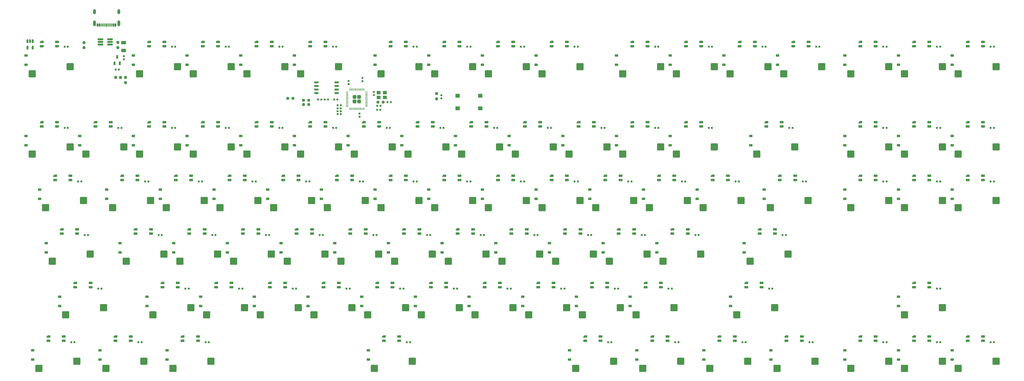
<source format=gbr>
%TF.GenerationSoftware,KiCad,Pcbnew,8.0.8*%
%TF.CreationDate,2025-02-03T21:48:35-05:00*%
%TF.ProjectId,OakSpring,4f616b53-7072-4696-9e67-2e6b69636164,rev?*%
%TF.SameCoordinates,Original*%
%TF.FileFunction,Paste,Bot*%
%TF.FilePolarity,Positive*%
%FSLAX46Y46*%
G04 Gerber Fmt 4.6, Leading zero omitted, Abs format (unit mm)*
G04 Created by KiCad (PCBNEW 8.0.8) date 2025-02-03 21:48:35*
%MOMM*%
%LPD*%
G01*
G04 APERTURE LIST*
G04 Aperture macros list*
%AMRoundRect*
0 Rectangle with rounded corners*
0 $1 Rounding radius*
0 $2 $3 $4 $5 $6 $7 $8 $9 X,Y pos of 4 corners*
0 Add a 4 corners polygon primitive as box body*
4,1,4,$2,$3,$4,$5,$6,$7,$8,$9,$2,$3,0*
0 Add four circle primitives for the rounded corners*
1,1,$1+$1,$2,$3*
1,1,$1+$1,$4,$5*
1,1,$1+$1,$6,$7*
1,1,$1+$1,$8,$9*
0 Add four rect primitives between the rounded corners*
20,1,$1+$1,$2,$3,$4,$5,0*
20,1,$1+$1,$4,$5,$6,$7,0*
20,1,$1+$1,$6,$7,$8,$9,0*
20,1,$1+$1,$8,$9,$2,$3,0*%
%AMFreePoly0*
4,1,18,-0.410000,0.593000,-0.403758,0.624380,-0.385983,0.650983,-0.359380,0.668758,-0.328000,0.675000,0.328000,0.675000,0.359380,0.668758,0.385983,0.650983,0.403758,0.624380,0.410000,0.593000,0.410000,-0.593000,0.403758,-0.624380,0.385983,-0.650983,0.359380,-0.668758,0.328000,-0.675000,0.000000,-0.675000,-0.410000,-0.265000,-0.410000,0.593000,-0.410000,0.593000,$1*%
G04 Aperture macros list end*
%ADD10RoundRect,0.250000X-1.025000X-1.000000X1.025000X-1.000000X1.025000X1.000000X-1.025000X1.000000X0*%
%ADD11RoundRect,0.225000X-0.375000X0.225000X-0.375000X-0.225000X0.375000X-0.225000X0.375000X0.225000X0*%
%ADD12RoundRect,0.155000X-0.212500X-0.155000X0.212500X-0.155000X0.212500X0.155000X-0.212500X0.155000X0*%
%ADD13RoundRect,0.082000X-0.593000X0.328000X-0.593000X-0.328000X0.593000X-0.328000X0.593000X0.328000X0*%
%ADD14FreePoly0,270.000000*%
%ADD15RoundRect,0.250000X-0.625000X0.375000X-0.625000X-0.375000X0.625000X-0.375000X0.625000X0.375000X0*%
%ADD16RoundRect,0.155000X-0.155000X0.212500X-0.155000X-0.212500X0.155000X-0.212500X0.155000X0.212500X0*%
%ADD17RoundRect,0.155000X0.212500X0.155000X-0.212500X0.155000X-0.212500X-0.155000X0.212500X-0.155000X0*%
%ADD18RoundRect,0.237500X-0.237500X0.250000X-0.237500X-0.250000X0.237500X-0.250000X0.237500X0.250000X0*%
%ADD19RoundRect,0.150000X-0.150000X0.512500X-0.150000X-0.512500X0.150000X-0.512500X0.150000X0.512500X0*%
%ADD20RoundRect,0.155000X0.155000X-0.212500X0.155000X0.212500X-0.155000X0.212500X-0.155000X-0.212500X0*%
%ADD21R,1.600000X1.400000*%
%ADD22RoundRect,0.237500X0.250000X0.237500X-0.250000X0.237500X-0.250000X-0.237500X0.250000X-0.237500X0*%
%ADD23RoundRect,0.237500X0.287500X0.237500X-0.287500X0.237500X-0.287500X-0.237500X0.287500X-0.237500X0*%
%ADD24RoundRect,0.237500X-0.250000X-0.237500X0.250000X-0.237500X0.250000X0.237500X-0.250000X0.237500X0*%
%ADD25RoundRect,0.150000X0.650000X0.150000X-0.650000X0.150000X-0.650000X-0.150000X0.650000X-0.150000X0*%
%ADD26RoundRect,0.150000X-0.150000X-0.425000X0.150000X-0.425000X0.150000X0.425000X-0.150000X0.425000X0*%
%ADD27RoundRect,0.075000X-0.075000X-0.500000X0.075000X-0.500000X0.075000X0.500000X-0.075000X0.500000X0*%
%ADD28O,1.000000X1.800000*%
%ADD29O,1.000000X2.100000*%
%ADD30RoundRect,0.162500X0.837500X0.162500X-0.837500X0.162500X-0.837500X-0.162500X0.837500X-0.162500X0*%
%ADD31R,1.400000X1.200000*%
%ADD32RoundRect,0.249999X-0.395001X0.395001X-0.395001X-0.395001X0.395001X-0.395001X0.395001X0.395001X0*%
%ADD33RoundRect,0.050000X-0.050000X0.387500X-0.050000X-0.387500X0.050000X-0.387500X0.050000X0.387500X0*%
%ADD34RoundRect,0.050000X-0.387500X0.050000X-0.387500X-0.050000X0.387500X-0.050000X0.387500X0.050000X0*%
%ADD35RoundRect,0.150000X0.150000X-0.512500X0.150000X0.512500X-0.150000X0.512500X-0.150000X-0.512500X0*%
G04 APERTURE END LIST*
D10*
%TO.C,MX17*%
X45460000Y-69215000D03*
X32010000Y-71755000D03*
%TD*%
D11*
%TO.C,D60*%
X215587500Y-103375000D03*
X215587500Y-106675000D03*
%TD*%
D12*
%TO.C,C65*%
X86395000Y-119575000D03*
X87530000Y-119575000D03*
%TD*%
D10*
%TO.C,MX7*%
X188335000Y-40640000D03*
X174885000Y-43180000D03*
%TD*%
D11*
%TO.C,D34*%
X34612500Y-84325000D03*
X34612500Y-87625000D03*
%TD*%
D13*
%TO.C,LED23*%
X155125000Y-61925000D03*
X155125000Y-60425000D03*
X149675000Y-61925000D03*
D14*
X149675000Y-60425000D03*
%TD*%
D11*
%TO.C,D29*%
X258450000Y-65275000D03*
X258450000Y-68575000D03*
%TD*%
D10*
%TO.C,MX24*%
X178810000Y-69215000D03*
X165360000Y-71755000D03*
%TD*%
D13*
%TO.C,LED17*%
X40825000Y-61925000D03*
X40825000Y-60425000D03*
X35375000Y-61925000D03*
D14*
X35375000Y-60425000D03*
%TD*%
D11*
%TO.C,D62*%
X253687500Y-103375000D03*
X253687500Y-106675000D03*
%TD*%
D12*
%TO.C,C68*%
X143545000Y-119575000D03*
X144680000Y-119575000D03*
%TD*%
D11*
%TO.C,D22*%
X125100000Y-65275000D03*
X125100000Y-68575000D03*
%TD*%
D10*
%TO.C,MX10*%
X255010000Y-40640000D03*
X241560000Y-43180000D03*
%TD*%
D11*
%TO.C,D64*%
X41756250Y-122425000D03*
X41756250Y-125725000D03*
%TD*%
%TO.C,D23*%
X144150000Y-65275000D03*
X144150000Y-68575000D03*
%TD*%
D13*
%TO.C,LED43*%
X221800000Y-80975000D03*
X221800000Y-79475000D03*
X216350000Y-80975000D03*
D14*
X216350000Y-79475000D03*
%TD*%
D10*
%TO.C,MX75*%
X295491250Y-126365000D03*
X282041250Y-128905000D03*
%TD*%
%TO.C,MX71*%
X202622500Y-126365000D03*
X189172500Y-128905000D03*
%TD*%
D13*
%TO.C,LED79*%
X90831250Y-138125000D03*
X90831250Y-136625000D03*
X85381250Y-138125000D03*
D14*
X85381250Y-136625000D03*
%TD*%
D13*
%TO.C,LED29*%
X269425000Y-61925000D03*
X269425000Y-60425000D03*
X263975000Y-61925000D03*
D14*
X263975000Y-60425000D03*
%TD*%
D15*
%TO.C,F1*%
X64475000Y-32150000D03*
X64475000Y-34950000D03*
%TD*%
D10*
%TO.C,MX74*%
X259772500Y-126365000D03*
X246322500Y-128905000D03*
%TD*%
D13*
%TO.C,LED20*%
X97975000Y-61925000D03*
X97975000Y-60425000D03*
X92525000Y-61925000D03*
D14*
X92525000Y-60425000D03*
%TD*%
D11*
%TO.C,D1*%
X29850000Y-36700000D03*
X29850000Y-40000000D03*
%TD*%
D16*
%TO.C,C99*%
X64575000Y-36907500D03*
X64575000Y-38042500D03*
%TD*%
D12*
%TO.C,C45*%
X262607500Y-81475000D03*
X263742500Y-81475000D03*
%TD*%
D13*
%TO.C,LED1*%
X40825000Y-33350000D03*
X40825000Y-31850000D03*
X35375000Y-33350000D03*
D14*
X35375000Y-31850000D03*
%TD*%
D11*
%TO.C,D74*%
X244162500Y-122425000D03*
X244162500Y-125725000D03*
%TD*%
D12*
%TO.C,C24*%
X176882500Y-62425000D03*
X178017500Y-62425000D03*
%TD*%
D13*
%TO.C,LED69*%
X159887500Y-119075000D03*
X159887500Y-117575000D03*
X154437500Y-119075000D03*
D14*
X154437500Y-117575000D03*
%TD*%
D10*
%TO.C,MX68*%
X145472500Y-126365000D03*
X132022500Y-128905000D03*
%TD*%
D17*
%TO.C,C103*%
X159242500Y-53300000D03*
X158107500Y-53300000D03*
%TD*%
D12*
%TO.C,C3*%
X100682500Y-33528000D03*
X101817500Y-33528000D03*
%TD*%
D13*
%TO.C,LED77*%
X43206250Y-138125000D03*
X43206250Y-136625000D03*
X37756250Y-138125000D03*
D14*
X37756250Y-136625000D03*
%TD*%
D13*
%TO.C,LED87*%
X369437500Y-138125000D03*
X369437500Y-136625000D03*
X363987500Y-138125000D03*
D14*
X363987500Y-136625000D03*
%TD*%
D11*
%TO.C,D32*%
X339412500Y-65275000D03*
X339412500Y-68575000D03*
%TD*%
D10*
%TO.C,MX44*%
X245485000Y-88265000D03*
X232035000Y-90805000D03*
%TD*%
D11*
%TO.C,D70*%
X167962500Y-122425000D03*
X167962500Y-125725000D03*
%TD*%
D13*
%TO.C,LED34*%
X45587500Y-80975000D03*
X45587500Y-79475000D03*
X40137500Y-80975000D03*
D14*
X40137500Y-79475000D03*
%TD*%
D10*
%TO.C,MX85*%
X335972500Y-145415000D03*
X322522500Y-147955000D03*
%TD*%
%TO.C,MX61*%
X250247500Y-107315000D03*
X236797500Y-109855000D03*
%TD*%
%TO.C,MX28*%
X255010000Y-69215000D03*
X241560000Y-71755000D03*
%TD*%
D17*
%TO.C,C89*%
X140317500Y-52350000D03*
X139182500Y-52350000D03*
%TD*%
D13*
%TO.C,LED53*%
X93212500Y-100025000D03*
X93212500Y-98525000D03*
X87762500Y-100025000D03*
D14*
X87762500Y-98525000D03*
%TD*%
D13*
%TO.C,LED28*%
X250375000Y-61925000D03*
X250375000Y-60425000D03*
X244925000Y-61925000D03*
D14*
X244925000Y-60425000D03*
%TD*%
D10*
%TO.C,MX39*%
X150235000Y-88265000D03*
X136785000Y-90805000D03*
%TD*%
D11*
%TO.C,D63*%
X284643750Y-103375000D03*
X284643750Y-106675000D03*
%TD*%
D10*
%TO.C,MX25*%
X197860000Y-69215000D03*
X184410000Y-71755000D03*
%TD*%
D11*
%TO.C,D43*%
X210825000Y-84325000D03*
X210825000Y-87625000D03*
%TD*%
D12*
%TO.C,C80*%
X164976250Y-138625000D03*
X166111250Y-138625000D03*
%TD*%
D11*
%TO.C,D68*%
X129862500Y-122425000D03*
X129862500Y-125725000D03*
%TD*%
D13*
%TO.C,LED32*%
X350387500Y-61925000D03*
X350387500Y-60425000D03*
X344937500Y-61925000D03*
D14*
X344937500Y-60425000D03*
%TD*%
D10*
%TO.C,MX26*%
X216910000Y-69215000D03*
X203460000Y-71755000D03*
%TD*%
D12*
%TO.C,C69*%
X162595000Y-119575000D03*
X163730000Y-119575000D03*
%TD*%
D13*
%TO.C,LED76*%
X350387500Y-119075000D03*
X350387500Y-117575000D03*
X344937500Y-119075000D03*
D14*
X344937500Y-117575000D03*
%TD*%
D13*
%TO.C,LED75*%
X290856250Y-119075000D03*
X290856250Y-117575000D03*
X285406250Y-119075000D03*
D14*
X285406250Y-117575000D03*
%TD*%
D13*
%TO.C,LED78*%
X67018750Y-138125000D03*
X67018750Y-136625000D03*
X61568750Y-138125000D03*
D14*
X61568750Y-136625000D03*
%TD*%
D11*
%TO.C,D67*%
X110812500Y-122425000D03*
X110812500Y-125725000D03*
%TD*%
D10*
%TO.C,MX56*%
X154997500Y-107315000D03*
X141547500Y-109855000D03*
%TD*%
D13*
%TO.C,LED70*%
X178937500Y-119075000D03*
X178937500Y-117575000D03*
X173487500Y-119075000D03*
D14*
X173487500Y-117575000D03*
%TD*%
D11*
%TO.C,D65*%
X72712500Y-122425000D03*
X72712500Y-125725000D03*
%TD*%
D13*
%TO.C,LED50*%
X369437500Y-80975000D03*
X369437500Y-79475000D03*
X363987500Y-80975000D03*
D14*
X363987500Y-79475000D03*
%TD*%
D12*
%TO.C,C14*%
X334045000Y-33528000D03*
X335180000Y-33528000D03*
%TD*%
D10*
%TO.C,MX70*%
X183572500Y-126365000D03*
X170122500Y-128905000D03*
%TD*%
D11*
%TO.C,D18*%
X48900000Y-65275000D03*
X48900000Y-68575000D03*
%TD*%
%TO.C,D3*%
X87000000Y-36700000D03*
X87000000Y-40000000D03*
%TD*%
D10*
%TO.C,MX59*%
X212147500Y-107315000D03*
X198697500Y-109855000D03*
%TD*%
D18*
%TO.C,R5*%
X62425000Y-32037500D03*
X62425000Y-33862500D03*
%TD*%
D10*
%TO.C,MX40*%
X169285000Y-88265000D03*
X155835000Y-90805000D03*
%TD*%
D12*
%TO.C,C79*%
X93538750Y-138625000D03*
X94673750Y-138625000D03*
%TD*%
D13*
%TO.C,LED16*%
X369437500Y-33350000D03*
X369437500Y-31850000D03*
X363987500Y-33350000D03*
D14*
X363987500Y-31850000D03*
%TD*%
D10*
%TO.C,MX41*%
X188335000Y-88265000D03*
X174885000Y-90805000D03*
%TD*%
D11*
%TO.C,D79*%
X79856250Y-141475000D03*
X79856250Y-144775000D03*
%TD*%
%TO.C,D14*%
X320362500Y-36700000D03*
X320362500Y-40000000D03*
%TD*%
D13*
%TO.C,LED33*%
X369437500Y-61925000D03*
X369437500Y-60425000D03*
X363987500Y-61925000D03*
D14*
X363987500Y-60425000D03*
%TD*%
D12*
%TO.C,C71*%
X200695000Y-119575000D03*
X201830000Y-119575000D03*
%TD*%
D10*
%TO.C,MX42*%
X207385000Y-88265000D03*
X193935000Y-90805000D03*
%TD*%
%TO.C,MX38*%
X131185000Y-88265000D03*
X117735000Y-90805000D03*
%TD*%
D13*
%TO.C,LED42*%
X202750000Y-80975000D03*
X202750000Y-79475000D03*
X197300000Y-80975000D03*
D14*
X197300000Y-79475000D03*
%TD*%
D11*
%TO.C,D81*%
X222731250Y-141475000D03*
X222731250Y-144775000D03*
%TD*%
%TO.C,D59*%
X196537500Y-103375000D03*
X196537500Y-106675000D03*
%TD*%
D13*
%TO.C,LED30*%
X298000000Y-61925000D03*
X298000000Y-60425000D03*
X292550000Y-61925000D03*
D14*
X292550000Y-60425000D03*
%TD*%
D12*
%TO.C,C26*%
X214982500Y-62425000D03*
X216117500Y-62425000D03*
%TD*%
%TO.C,C10*%
X253082500Y-33528000D03*
X254217500Y-33528000D03*
%TD*%
%TO.C,C72*%
X219745000Y-119575000D03*
X220880000Y-119575000D03*
%TD*%
%TO.C,C94*%
X154482500Y-54525000D03*
X155617500Y-54525000D03*
%TD*%
D13*
%TO.C,LED60*%
X226562500Y-100025000D03*
X226562500Y-98525000D03*
X221112500Y-100025000D03*
D14*
X221112500Y-98525000D03*
%TD*%
D10*
%TO.C,MX15*%
X355022500Y-40640000D03*
X341572500Y-43180000D03*
%TD*%
%TO.C,MX76*%
X355022500Y-126365000D03*
X341572500Y-128905000D03*
%TD*%
D13*
%TO.C,LED6*%
X164650000Y-33350000D03*
X164650000Y-31850000D03*
X159200000Y-33350000D03*
D14*
X159200000Y-31850000D03*
%TD*%
D10*
%TO.C,MX66*%
X107372500Y-126365000D03*
X93922500Y-128905000D03*
%TD*%
D11*
%TO.C,D21*%
X106050000Y-65275000D03*
X106050000Y-68575000D03*
%TD*%
D13*
%TO.C,LED71*%
X197987500Y-119075000D03*
X197987500Y-117575000D03*
X192537500Y-119075000D03*
D14*
X192537500Y-117575000D03*
%TD*%
D10*
%TO.C,MX52*%
X78797500Y-107315000D03*
X65347500Y-109855000D03*
%TD*%
D12*
%TO.C,C12*%
X291182500Y-33528000D03*
X292317500Y-33528000D03*
%TD*%
D11*
%TO.C,D87*%
X358462500Y-141475000D03*
X358462500Y-144775000D03*
%TD*%
D12*
%TO.C,C40*%
X167357500Y-81475000D03*
X168492500Y-81475000D03*
%TD*%
%TO.C,C60*%
X229270000Y-100525000D03*
X230405000Y-100525000D03*
%TD*%
D13*
%TO.C,LED11*%
X269425000Y-33350000D03*
X269425000Y-31850000D03*
X263975000Y-33350000D03*
D14*
X263975000Y-31850000D03*
%TD*%
D12*
%TO.C,C64*%
X55438750Y-119575000D03*
X56573750Y-119575000D03*
%TD*%
D11*
%TO.C,D20*%
X87000000Y-65275000D03*
X87000000Y-68575000D03*
%TD*%
D12*
%TO.C,C42*%
X205457500Y-81475000D03*
X206592500Y-81475000D03*
%TD*%
D11*
%TO.C,D6*%
X153675000Y-36700000D03*
X153675000Y-40000000D03*
%TD*%
D12*
%TO.C,C4*%
X119732500Y-33528000D03*
X120867500Y-33528000D03*
%TD*%
D10*
%TO.C,MX35*%
X74035000Y-88265000D03*
X60585000Y-90805000D03*
%TD*%
%TO.C,MX55*%
X135947500Y-107315000D03*
X122497500Y-109855000D03*
%TD*%
%TO.C,MX80*%
X166903750Y-145415000D03*
X153453750Y-147955000D03*
%TD*%
%TO.C,MX51*%
X52603750Y-107315000D03*
X39153750Y-109855000D03*
%TD*%
D12*
%TO.C,C23*%
X157832500Y-62425000D03*
X158967500Y-62425000D03*
%TD*%
D13*
%TO.C,LED51*%
X47968750Y-100025000D03*
X47968750Y-98525000D03*
X42518750Y-100025000D03*
D14*
X42518750Y-98525000D03*
%TD*%
D11*
%TO.C,D36*%
X77475000Y-84325000D03*
X77475000Y-87625000D03*
%TD*%
D13*
%TO.C,LED63*%
X295618750Y-100025000D03*
X295618750Y-98525000D03*
X290168750Y-100025000D03*
D14*
X290168750Y-98525000D03*
%TD*%
D11*
%TO.C,D80*%
X151293750Y-141475000D03*
X151293750Y-144775000D03*
%TD*%
%TO.C,D37*%
X96525000Y-84325000D03*
X96525000Y-87625000D03*
%TD*%
%TO.C,D41*%
X172725000Y-84325000D03*
X172725000Y-87625000D03*
%TD*%
D12*
%TO.C,C85*%
X334045000Y-138625000D03*
X335180000Y-138625000D03*
%TD*%
D11*
%TO.C,D82*%
X246543750Y-141475000D03*
X246543750Y-144775000D03*
%TD*%
D10*
%TO.C,MX50*%
X374072500Y-88265000D03*
X360622500Y-90805000D03*
%TD*%
D18*
%TO.C,R8*%
X65150000Y-44512500D03*
X65150000Y-46337500D03*
%TD*%
D10*
%TO.C,MX73*%
X240722500Y-126365000D03*
X227272500Y-128905000D03*
%TD*%
D13*
%TO.C,LED15*%
X350387500Y-33350000D03*
X350387500Y-31850000D03*
X344937500Y-33350000D03*
D14*
X344937500Y-31850000D03*
%TD*%
D12*
%TO.C,C76*%
X353095000Y-119575000D03*
X354230000Y-119575000D03*
%TD*%
D13*
%TO.C,LED19*%
X78925000Y-61925000D03*
X78925000Y-60425000D03*
X73475000Y-61925000D03*
D14*
X73475000Y-60425000D03*
%TD*%
D11*
%TO.C,D44*%
X229875000Y-84325000D03*
X229875000Y-87625000D03*
%TD*%
%TO.C,D38*%
X115575000Y-84325000D03*
X115575000Y-87625000D03*
%TD*%
D13*
%TO.C,LED7*%
X183700000Y-33350000D03*
X183700000Y-31850000D03*
X178250000Y-33350000D03*
D14*
X178250000Y-31850000D03*
%TD*%
D12*
%TO.C,C51*%
X50676250Y-100525000D03*
X51811250Y-100525000D03*
%TD*%
%TO.C,C57*%
X172120000Y-100525000D03*
X173255000Y-100525000D03*
%TD*%
D11*
%TO.C,D56*%
X139387500Y-103375000D03*
X139387500Y-106675000D03*
%TD*%
D12*
%TO.C,C15*%
X353095000Y-33528000D03*
X354230000Y-33528000D03*
%TD*%
D13*
%TO.C,LED85*%
X331337500Y-138125000D03*
X331337500Y-136625000D03*
X325887500Y-138125000D03*
D14*
X325887500Y-136625000D03*
%TD*%
D13*
%TO.C,LED18*%
X59875000Y-61925000D03*
X59875000Y-60425000D03*
X54425000Y-61925000D03*
D14*
X54425000Y-60425000D03*
%TD*%
D13*
%TO.C,LED80*%
X162268750Y-138125000D03*
X162268750Y-136625000D03*
X156818750Y-138125000D03*
D14*
X156818750Y-136625000D03*
%TD*%
D10*
%TO.C,MX8*%
X207385000Y-40640000D03*
X193935000Y-43180000D03*
%TD*%
D13*
%TO.C,LED36*%
X88450000Y-80975000D03*
X88450000Y-79475000D03*
X83000000Y-80975000D03*
D14*
X83000000Y-79475000D03*
%TD*%
D11*
%TO.C,D72*%
X206062500Y-122425000D03*
X206062500Y-125725000D03*
%TD*%
D12*
%TO.C,C78*%
X69726250Y-138625000D03*
X70861250Y-138625000D03*
%TD*%
%TO.C,C29*%
X272132500Y-62425000D03*
X273267500Y-62425000D03*
%TD*%
D10*
%TO.C,MX53*%
X97847500Y-107315000D03*
X84397500Y-109855000D03*
%TD*%
%TO.C,MX81*%
X238341250Y-145415000D03*
X224891250Y-147955000D03*
%TD*%
D12*
%TO.C,C70*%
X181645000Y-119575000D03*
X182780000Y-119575000D03*
%TD*%
D11*
%TO.C,D27*%
X220350000Y-65275000D03*
X220350000Y-68575000D03*
%TD*%
D12*
%TO.C,C5*%
X138782500Y-33528000D03*
X139917500Y-33528000D03*
%TD*%
D19*
%TO.C,U4*%
X30317500Y-31652500D03*
X31267500Y-31652500D03*
X32217500Y-31652500D03*
X32217500Y-33927500D03*
X30317500Y-33927500D03*
%TD*%
D13*
%TO.C,LED47*%
X302762500Y-80975000D03*
X302762500Y-79475000D03*
X297312500Y-80975000D03*
D14*
X297312500Y-79475000D03*
%TD*%
D10*
%TO.C,MX84*%
X309778750Y-145415000D03*
X296328750Y-147955000D03*
%TD*%
D12*
%TO.C,C6*%
X167357500Y-33528000D03*
X168492500Y-33528000D03*
%TD*%
%TO.C,C37*%
X110207500Y-81475000D03*
X111342500Y-81475000D03*
%TD*%
D16*
%TO.C,C96*%
X148150000Y-57307500D03*
X148150000Y-58442500D03*
%TD*%
D13*
%TO.C,LED58*%
X188462500Y-100025000D03*
X188462500Y-98525000D03*
X183012500Y-100025000D03*
D14*
X183012500Y-98525000D03*
%TD*%
D20*
%TO.C,C95*%
X149225000Y-45817500D03*
X149225000Y-44682500D03*
%TD*%
D11*
%TO.C,D8*%
X191775000Y-36700000D03*
X191775000Y-40000000D03*
%TD*%
D10*
%TO.C,MX3*%
X102610000Y-40640000D03*
X89160000Y-43180000D03*
%TD*%
%TO.C,MX5*%
X140710000Y-40640000D03*
X127260000Y-43180000D03*
%TD*%
D13*
%TO.C,LED86*%
X350387500Y-138125000D03*
X350387500Y-136625000D03*
X344937500Y-138125000D03*
D14*
X344937500Y-136625000D03*
%TD*%
D12*
%TO.C,C101*%
X61632500Y-41700000D03*
X62767500Y-41700000D03*
%TD*%
D10*
%TO.C,MX77*%
X47841250Y-145415000D03*
X34391250Y-147955000D03*
%TD*%
D12*
%TO.C,C61*%
X248320000Y-100525000D03*
X249455000Y-100525000D03*
%TD*%
D10*
%TO.C,MX29*%
X274060000Y-69215000D03*
X260610000Y-71755000D03*
%TD*%
D11*
%TO.C,D10*%
X239400000Y-36700000D03*
X239400000Y-40000000D03*
%TD*%
D13*
%TO.C,LED57*%
X169412500Y-100025000D03*
X169412500Y-98525000D03*
X163962500Y-100025000D03*
D14*
X163962500Y-98525000D03*
%TD*%
D12*
%TO.C,C35*%
X72107500Y-81475000D03*
X73242500Y-81475000D03*
%TD*%
D10*
%TO.C,MX32*%
X355022500Y-69215000D03*
X341572500Y-71755000D03*
%TD*%
D12*
%TO.C,C18*%
X62582500Y-62425000D03*
X63717500Y-62425000D03*
%TD*%
%TO.C,C75*%
X293563750Y-119575000D03*
X294698750Y-119575000D03*
%TD*%
%TO.C,C52*%
X76870000Y-100525000D03*
X78005000Y-100525000D03*
%TD*%
D13*
%TO.C,LED26*%
X212275000Y-61925000D03*
X212275000Y-60425000D03*
X206825000Y-61925000D03*
D14*
X206825000Y-60425000D03*
%TD*%
D13*
%TO.C,LED55*%
X131312500Y-100025000D03*
X131312500Y-98525000D03*
X125862500Y-100025000D03*
D14*
X125862500Y-98525000D03*
%TD*%
D11*
%TO.C,D48*%
X320362500Y-84325000D03*
X320362500Y-87625000D03*
%TD*%
D12*
%TO.C,C28*%
X253082500Y-62425000D03*
X254217500Y-62425000D03*
%TD*%
D10*
%TO.C,MX14*%
X335972500Y-40640000D03*
X322522500Y-43180000D03*
%TD*%
D12*
%TO.C,C63*%
X298326250Y-100525000D03*
X299461250Y-100525000D03*
%TD*%
D11*
%TO.C,D58*%
X177487500Y-103375000D03*
X177487500Y-106675000D03*
%TD*%
D10*
%TO.C,MX4*%
X121660000Y-40640000D03*
X108210000Y-43180000D03*
%TD*%
D11*
%TO.C,D78*%
X56043750Y-141475000D03*
X56043750Y-144775000D03*
%TD*%
D13*
%TO.C,LED54*%
X112262500Y-100025000D03*
X112262500Y-98525000D03*
X106812500Y-100025000D03*
D14*
X106812500Y-98525000D03*
%TD*%
D10*
%TO.C,MX82*%
X262153750Y-145415000D03*
X248703750Y-147955000D03*
%TD*%
D11*
%TO.C,D31*%
X320362500Y-65275000D03*
X320362500Y-68575000D03*
%TD*%
%TO.C,D75*%
X279881250Y-122425000D03*
X279881250Y-125725000D03*
%TD*%
%TO.C,D61*%
X234637500Y-103375000D03*
X234637500Y-106675000D03*
%TD*%
%TO.C,D9*%
X210825000Y-36700000D03*
X210825000Y-40000000D03*
%TD*%
%TO.C,D17*%
X29850000Y-65275000D03*
X29850000Y-68575000D03*
%TD*%
D10*
%TO.C,MX78*%
X71653750Y-145415000D03*
X58203750Y-147955000D03*
%TD*%
D11*
%TO.C,D86*%
X339412500Y-141475000D03*
X339412500Y-144775000D03*
%TD*%
D10*
%TO.C,MX72*%
X221672500Y-126365000D03*
X208222500Y-128905000D03*
%TD*%
%TO.C,MX13*%
X312160000Y-40640000D03*
X298710000Y-43180000D03*
%TD*%
D11*
%TO.C,D4*%
X106050000Y-36700000D03*
X106050000Y-40000000D03*
%TD*%
D10*
%TO.C,MX19*%
X83560000Y-69215000D03*
X70110000Y-71755000D03*
%TD*%
D13*
%TO.C,LED12*%
X288475000Y-33350000D03*
X288475000Y-31850000D03*
X283025000Y-33350000D03*
D14*
X283025000Y-31850000D03*
%TD*%
D12*
%TO.C,C86*%
X353095000Y-138625000D03*
X354230000Y-138625000D03*
%TD*%
D11*
%TO.C,D5*%
X125100000Y-36700000D03*
X125100000Y-40000000D03*
%TD*%
D12*
%TO.C,C47*%
X305470000Y-81475000D03*
X306605000Y-81475000D03*
%TD*%
D13*
%TO.C,LED4*%
X117025000Y-33350000D03*
X117025000Y-31850000D03*
X111575000Y-33350000D03*
D14*
X111575000Y-31850000D03*
%TD*%
D12*
%TO.C,C62*%
X267370000Y-100525000D03*
X268505000Y-100525000D03*
%TD*%
D10*
%TO.C,MX54*%
X116897500Y-107315000D03*
X103447500Y-109855000D03*
%TD*%
D11*
%TO.C,D73*%
X225112500Y-122425000D03*
X225112500Y-125725000D03*
%TD*%
D13*
%TO.C,LED52*%
X74162500Y-100025000D03*
X74162500Y-98525000D03*
X68712500Y-100025000D03*
D14*
X68712500Y-98525000D03*
%TD*%
D13*
%TO.C,LED38*%
X126550000Y-80975000D03*
X126550000Y-79475000D03*
X121100000Y-80975000D03*
D14*
X121100000Y-79475000D03*
%TD*%
D13*
%TO.C,LED5*%
X136075000Y-33350000D03*
X136075000Y-31850000D03*
X130625000Y-33350000D03*
D14*
X130625000Y-31850000D03*
%TD*%
D10*
%TO.C,MX79*%
X95466250Y-145415000D03*
X82016250Y-147955000D03*
%TD*%
D11*
%TO.C,D39*%
X134625000Y-84325000D03*
X134625000Y-87625000D03*
%TD*%
D13*
%TO.C,LED25*%
X193225000Y-61925000D03*
X193225000Y-60425000D03*
X187775000Y-61925000D03*
D14*
X187775000Y-60425000D03*
%TD*%
D13*
%TO.C,LED61*%
X245612500Y-100025000D03*
X245612500Y-98525000D03*
X240162500Y-100025000D03*
D14*
X240162500Y-98525000D03*
%TD*%
D11*
%TO.C,D42*%
X191775000Y-84325000D03*
X191775000Y-87625000D03*
%TD*%
%TO.C,D33*%
X358462500Y-65275000D03*
X358462500Y-68575000D03*
%TD*%
D10*
%TO.C,MX49*%
X355022500Y-88265000D03*
X341572500Y-90805000D03*
%TD*%
D12*
%TO.C,C38*%
X129257500Y-81475000D03*
X130392500Y-81475000D03*
%TD*%
D10*
%TO.C,MX43*%
X226435000Y-88265000D03*
X212985000Y-90805000D03*
%TD*%
D21*
%TO.C,SW1*%
X182992500Y-55475000D03*
X190992500Y-55475000D03*
X182992500Y-50975000D03*
X190992500Y-50975000D03*
%TD*%
D10*
%TO.C,MX2*%
X83560000Y-40640000D03*
X70110000Y-43180000D03*
%TD*%
D13*
%TO.C,LED41*%
X183700000Y-80975000D03*
X183700000Y-79475000D03*
X178250000Y-80975000D03*
D14*
X178250000Y-79475000D03*
%TD*%
D20*
%TO.C,C100*%
X177200000Y-51942500D03*
X177200000Y-50807500D03*
%TD*%
D12*
%TO.C,C88*%
X154457500Y-55975000D03*
X155592500Y-55975000D03*
%TD*%
D10*
%TO.C,MX87*%
X374072500Y-145415000D03*
X360622500Y-147955000D03*
%TD*%
D12*
%TO.C,C98*%
X140382500Y-54375000D03*
X141517500Y-54375000D03*
%TD*%
D22*
%TO.C,R4*%
X130137500Y-54125000D03*
X128312500Y-54125000D03*
%TD*%
D10*
%TO.C,MX18*%
X64510000Y-69215000D03*
X51060000Y-71755000D03*
%TD*%
%TO.C,MX64*%
X57366250Y-126365000D03*
X43916250Y-128905000D03*
%TD*%
D13*
%TO.C,LED83*%
X281331250Y-138125000D03*
X281331250Y-136625000D03*
X275881250Y-138125000D03*
D14*
X275881250Y-136625000D03*
%TD*%
D13*
%TO.C,LED44*%
X240850000Y-80975000D03*
X240850000Y-79475000D03*
X235400000Y-80975000D03*
D14*
X235400000Y-79475000D03*
%TD*%
D11*
%TO.C,D16*%
X358462500Y-36700000D03*
X358462500Y-40000000D03*
%TD*%
D12*
%TO.C,C27*%
X234032500Y-62425000D03*
X235167500Y-62425000D03*
%TD*%
%TO.C,C77*%
X45913750Y-138625000D03*
X47048750Y-138625000D03*
%TD*%
D13*
%TO.C,LED9*%
X221800000Y-33350000D03*
X221800000Y-31850000D03*
X216350000Y-33350000D03*
D14*
X216350000Y-31850000D03*
%TD*%
D11*
%TO.C,D84*%
X294168750Y-141475000D03*
X294168750Y-144775000D03*
%TD*%
D12*
%TO.C,C50*%
X372145000Y-81475000D03*
X373280000Y-81475000D03*
%TD*%
D11*
%TO.C,D25*%
X182250000Y-65275000D03*
X182250000Y-68575000D03*
%TD*%
%TO.C,D45*%
X248925000Y-84325000D03*
X248925000Y-87625000D03*
%TD*%
D13*
%TO.C,LED45*%
X259900000Y-80975000D03*
X259900000Y-79475000D03*
X254450000Y-80975000D03*
D14*
X254450000Y-79475000D03*
%TD*%
D10*
%TO.C,MX83*%
X285966250Y-145415000D03*
X272516250Y-147955000D03*
%TD*%
D11*
%TO.C,D52*%
X63187500Y-103375000D03*
X63187500Y-106675000D03*
%TD*%
D12*
%TO.C,C58*%
X191170000Y-100525000D03*
X192305000Y-100525000D03*
%TD*%
D11*
%TO.C,D71*%
X187012500Y-122425000D03*
X187012500Y-125725000D03*
%TD*%
D12*
%TO.C,C74*%
X257845000Y-119575000D03*
X258980000Y-119575000D03*
%TD*%
D18*
%TO.C,R3*%
X50425000Y-32112500D03*
X50425000Y-33937500D03*
%TD*%
D10*
%TO.C,MX47*%
X307397500Y-88265000D03*
X293947500Y-90805000D03*
%TD*%
%TO.C,MX20*%
X102610000Y-69215000D03*
X89160000Y-71755000D03*
%TD*%
D12*
%TO.C,C48*%
X334045000Y-81475000D03*
X335180000Y-81475000D03*
%TD*%
D17*
%TO.C,C93*%
X134617500Y-52375000D03*
X133482500Y-52375000D03*
%TD*%
D12*
%TO.C,C22*%
X138782500Y-62425000D03*
X139917500Y-62425000D03*
%TD*%
D13*
%TO.C,LED14*%
X331337500Y-33350000D03*
X331337500Y-31850000D03*
X325887500Y-33350000D03*
D14*
X325887500Y-31850000D03*
%TD*%
D12*
%TO.C,C17*%
X43532500Y-62425000D03*
X44667500Y-62425000D03*
%TD*%
%TO.C,C43*%
X224507500Y-81475000D03*
X225642500Y-81475000D03*
%TD*%
D10*
%TO.C,MX9*%
X226435000Y-40640000D03*
X212985000Y-43180000D03*
%TD*%
D23*
%TO.C,D88*%
X63375000Y-44500000D03*
X61625000Y-44500000D03*
%TD*%
D10*
%TO.C,MX1*%
X45460000Y-40640000D03*
X32010000Y-43180000D03*
%TD*%
D11*
%TO.C,D7*%
X172725000Y-36700000D03*
X172725000Y-40000000D03*
%TD*%
D13*
%TO.C,LED2*%
X78925000Y-33350000D03*
X78925000Y-31850000D03*
X73475000Y-33350000D03*
D14*
X73475000Y-31850000D03*
%TD*%
D12*
%TO.C,C41*%
X186407500Y-81475000D03*
X187542500Y-81475000D03*
%TD*%
D18*
%TO.C,R1*%
X175500000Y-50237500D03*
X175500000Y-52062500D03*
%TD*%
D11*
%TO.C,D83*%
X270356250Y-141475000D03*
X270356250Y-144775000D03*
%TD*%
D12*
%TO.C,C9*%
X224507500Y-33528000D03*
X225642500Y-33528000D03*
%TD*%
D13*
%TO.C,LED13*%
X307525000Y-33350000D03*
X307525000Y-31850000D03*
X302075000Y-33350000D03*
D14*
X302075000Y-31850000D03*
%TD*%
D12*
%TO.C,C8*%
X205457500Y-33528000D03*
X206592500Y-33528000D03*
%TD*%
%TO.C,C25*%
X195932500Y-62425000D03*
X197067500Y-62425000D03*
%TD*%
%TO.C,C1*%
X43532500Y-33528000D03*
X44667500Y-33528000D03*
%TD*%
D11*
%TO.C,D69*%
X148912500Y-122425000D03*
X148912500Y-125725000D03*
%TD*%
%TO.C,D11*%
X258450000Y-36700000D03*
X258450000Y-40000000D03*
%TD*%
%TO.C,D85*%
X320362500Y-141475000D03*
X320362500Y-144775000D03*
%TD*%
D12*
%TO.C,C56*%
X153070000Y-100525000D03*
X154205000Y-100525000D03*
%TD*%
%TO.C,C36*%
X91157500Y-81475000D03*
X92292500Y-81475000D03*
%TD*%
D13*
%TO.C,LED72*%
X217037500Y-119075000D03*
X217037500Y-117575000D03*
X211587500Y-119075000D03*
D14*
X211587500Y-117575000D03*
%TD*%
D10*
%TO.C,MX23*%
X159760000Y-69215000D03*
X146310000Y-71755000D03*
%TD*%
D12*
%TO.C,C11*%
X272132500Y-33528000D03*
X273267500Y-33528000D03*
%TD*%
D10*
%TO.C,MX30*%
X302635000Y-69215000D03*
X289185000Y-71755000D03*
%TD*%
D16*
%TO.C,C102*%
X153250000Y-49607500D03*
X153250000Y-50742500D03*
%TD*%
D11*
%TO.C,D54*%
X101287500Y-103375000D03*
X101287500Y-106675000D03*
%TD*%
%TO.C,D30*%
X287025000Y-65275000D03*
X287025000Y-68575000D03*
%TD*%
D17*
%TO.C,C90*%
X141542500Y-56500000D03*
X140407500Y-56500000D03*
%TD*%
D13*
%TO.C,LED10*%
X250375000Y-33350000D03*
X250375000Y-31850000D03*
X244925000Y-33350000D03*
D14*
X244925000Y-31850000D03*
%TD*%
D11*
%TO.C,D77*%
X32231250Y-141475000D03*
X32231250Y-144775000D03*
%TD*%
D12*
%TO.C,C83*%
X284038750Y-138625000D03*
X285173750Y-138625000D03*
%TD*%
D10*
%TO.C,MX45*%
X264535000Y-88265000D03*
X251085000Y-90805000D03*
%TD*%
D12*
%TO.C,C32*%
X353095000Y-62425000D03*
X354230000Y-62425000D03*
%TD*%
D10*
%TO.C,MX46*%
X283585000Y-88265000D03*
X270135000Y-90805000D03*
%TD*%
D12*
%TO.C,C20*%
X100682500Y-62425000D03*
X101817500Y-62425000D03*
%TD*%
D13*
%TO.C,LED39*%
X145600000Y-80975000D03*
X145600000Y-79475000D03*
X140150000Y-80975000D03*
D14*
X140150000Y-79475000D03*
%TD*%
D11*
%TO.C,D53*%
X82237500Y-103375000D03*
X82237500Y-106675000D03*
%TD*%
%TO.C,D15*%
X339412500Y-36700000D03*
X339412500Y-40000000D03*
%TD*%
D12*
%TO.C,C33*%
X372145000Y-62425000D03*
X373280000Y-62425000D03*
%TD*%
%TO.C,C73*%
X238795000Y-119575000D03*
X239930000Y-119575000D03*
%TD*%
D11*
%TO.C,D57*%
X158437500Y-103375000D03*
X158437500Y-106675000D03*
%TD*%
D12*
%TO.C,C2*%
X81632500Y-33528000D03*
X82767500Y-33528000D03*
%TD*%
D10*
%TO.C,MX65*%
X88322500Y-126365000D03*
X74872500Y-128905000D03*
%TD*%
D13*
%TO.C,LED49*%
X350387500Y-80975000D03*
X350387500Y-79475000D03*
X344937500Y-80975000D03*
D14*
X344937500Y-79475000D03*
%TD*%
D10*
%TO.C,MX6*%
X169285000Y-40640000D03*
X155835000Y-43180000D03*
%TD*%
D11*
%TO.C,D28*%
X239400000Y-65275000D03*
X239400000Y-68575000D03*
%TD*%
D24*
%TO.C,R2*%
X128312500Y-52600000D03*
X130137500Y-52600000D03*
%TD*%
D13*
%TO.C,LED37*%
X107500000Y-80975000D03*
X107500000Y-79475000D03*
X102050000Y-80975000D03*
D14*
X102050000Y-79475000D03*
%TD*%
D12*
%TO.C,C7*%
X186407500Y-33528000D03*
X187542500Y-33528000D03*
%TD*%
D11*
%TO.C,D47*%
X291787500Y-84325000D03*
X291787500Y-87625000D03*
%TD*%
D13*
%TO.C,LED82*%
X257518750Y-138125000D03*
X257518750Y-136625000D03*
X252068750Y-138125000D03*
D14*
X252068750Y-136625000D03*
%TD*%
D12*
%TO.C,C104*%
X135857500Y-52375000D03*
X136992500Y-52375000D03*
%TD*%
D10*
%TO.C,MX58*%
X193097500Y-107315000D03*
X179647500Y-109855000D03*
%TD*%
D11*
%TO.C,D2*%
X67950000Y-36700000D03*
X67950000Y-40000000D03*
%TD*%
D13*
%TO.C,LED73*%
X236087500Y-119075000D03*
X236087500Y-117575000D03*
X230637500Y-119075000D03*
D14*
X230637500Y-117575000D03*
%TD*%
D11*
%TO.C,D46*%
X267975000Y-84325000D03*
X267975000Y-87625000D03*
%TD*%
D10*
%TO.C,MX36*%
X93085000Y-88265000D03*
X79635000Y-90805000D03*
%TD*%
D11*
%TO.C,D35*%
X58425000Y-84325000D03*
X58425000Y-87625000D03*
%TD*%
D10*
%TO.C,MX31*%
X335972500Y-69215000D03*
X322522500Y-71755000D03*
%TD*%
D22*
%TO.C,R6*%
X156537500Y-53250000D03*
X154712500Y-53250000D03*
%TD*%
D10*
%TO.C,MX27*%
X235960000Y-69215000D03*
X222510000Y-71755000D03*
%TD*%
D13*
%TO.C,LED59*%
X207512500Y-100025000D03*
X207512500Y-98525000D03*
X202062500Y-100025000D03*
D14*
X202062500Y-98525000D03*
%TD*%
D11*
%TO.C,D50*%
X358462500Y-84325000D03*
X358462500Y-87625000D03*
%TD*%
D10*
%TO.C,MX69*%
X164522500Y-126365000D03*
X151072500Y-128905000D03*
%TD*%
%TO.C,MX67*%
X126422500Y-126365000D03*
X112972500Y-128905000D03*
%TD*%
%TO.C,MX48*%
X335972500Y-88265000D03*
X322522500Y-90805000D03*
%TD*%
D13*
%TO.C,LED67*%
X121787500Y-119075000D03*
X121787500Y-117575000D03*
X116337500Y-119075000D03*
D14*
X116337500Y-117575000D03*
%TD*%
D12*
%TO.C,C30*%
X300707500Y-62425000D03*
X301842500Y-62425000D03*
%TD*%
D11*
%TO.C,D49*%
X339412500Y-84325000D03*
X339412500Y-87625000D03*
%TD*%
D13*
%TO.C,LED46*%
X278950000Y-80975000D03*
X278950000Y-79475000D03*
X273500000Y-80975000D03*
D14*
X273500000Y-79475000D03*
%TD*%
D10*
%TO.C,MX37*%
X112135000Y-88265000D03*
X98685000Y-90805000D03*
%TD*%
D12*
%TO.C,C67*%
X124495000Y-119575000D03*
X125630000Y-119575000D03*
%TD*%
%TO.C,C53*%
X95920000Y-100525000D03*
X97055000Y-100525000D03*
%TD*%
D13*
%TO.C,LED65*%
X83687500Y-119075000D03*
X83687500Y-117575000D03*
X78237500Y-119075000D03*
D14*
X78237500Y-117575000D03*
%TD*%
D13*
%TO.C,LED8*%
X202750000Y-33350000D03*
X202750000Y-31850000D03*
X197300000Y-33350000D03*
D14*
X197300000Y-31850000D03*
%TD*%
D11*
%TO.C,D55*%
X120337500Y-103375000D03*
X120337500Y-106675000D03*
%TD*%
D13*
%TO.C,LED56*%
X150362500Y-100025000D03*
X150362500Y-98525000D03*
X144912500Y-100025000D03*
D14*
X144912500Y-98525000D03*
%TD*%
D12*
%TO.C,C34*%
X48295000Y-81475000D03*
X49430000Y-81475000D03*
%TD*%
%TO.C,C49*%
X353095000Y-81475000D03*
X354230000Y-81475000D03*
%TD*%
%TO.C,C13*%
X310232500Y-33528000D03*
X311367500Y-33528000D03*
%TD*%
%TO.C,C82*%
X260226250Y-138625000D03*
X261361250Y-138625000D03*
%TD*%
D10*
%TO.C,MX22*%
X140710000Y-69215000D03*
X127260000Y-71755000D03*
%TD*%
D12*
%TO.C,C84*%
X307851250Y-138625000D03*
X308986250Y-138625000D03*
%TD*%
%TO.C,C44*%
X243557500Y-81475000D03*
X244692500Y-81475000D03*
%TD*%
D10*
%TO.C,MX21*%
X121660000Y-69215000D03*
X108210000Y-71755000D03*
%TD*%
D12*
%TO.C,C81*%
X236413750Y-138625000D03*
X237548750Y-138625000D03*
%TD*%
D11*
%TO.C,D12*%
X277500000Y-36700000D03*
X277500000Y-40000000D03*
%TD*%
D25*
%TO.C,U3*%
X140075000Y-46295000D03*
X140075000Y-47565000D03*
X140075000Y-48835000D03*
X140075000Y-50105000D03*
X132875000Y-50105000D03*
X132875000Y-48835000D03*
X132875000Y-47565000D03*
X132875000Y-46295000D03*
%TD*%
D10*
%TO.C,MX33*%
X374072500Y-69215000D03*
X360622500Y-71755000D03*
%TD*%
D13*
%TO.C,LED3*%
X97975000Y-33350000D03*
X97975000Y-31850000D03*
X92525000Y-33350000D03*
D14*
X92525000Y-31850000D03*
%TD*%
D24*
%TO.C,R7*%
X122712500Y-51900000D03*
X124537500Y-51900000D03*
%TD*%
D12*
%TO.C,C59*%
X210220000Y-100525000D03*
X211355000Y-100525000D03*
%TD*%
D13*
%TO.C,LED84*%
X305143750Y-138125000D03*
X305143750Y-136625000D03*
X299693750Y-138125000D03*
D14*
X299693750Y-136625000D03*
%TD*%
D13*
%TO.C,LED64*%
X52731250Y-119075000D03*
X52731250Y-117575000D03*
X47281250Y-119075000D03*
D14*
X47281250Y-117575000D03*
%TD*%
D10*
%TO.C,MX11*%
X274060000Y-40640000D03*
X260610000Y-43180000D03*
%TD*%
%TO.C,MX63*%
X300253750Y-107315000D03*
X286803750Y-109855000D03*
%TD*%
D13*
%TO.C,LED21*%
X117025000Y-61925000D03*
X117025000Y-60425000D03*
X111575000Y-61925000D03*
D14*
X111575000Y-60425000D03*
%TD*%
D26*
%TO.C,J1*%
X55203764Y-25865764D03*
X56003764Y-25865764D03*
D27*
X57153764Y-25865764D03*
X58153764Y-25865764D03*
X58653764Y-25865764D03*
X59653764Y-25865764D03*
D26*
X60803764Y-25865764D03*
X61603764Y-25865764D03*
X61603764Y-25865764D03*
X60803764Y-25865764D03*
D27*
X60153764Y-25865764D03*
X59153764Y-25865764D03*
X57653764Y-25865764D03*
X56653764Y-25865764D03*
D26*
X56003764Y-25865764D03*
X55203764Y-25865764D03*
D28*
X54083764Y-21110764D03*
D29*
X54083764Y-25290764D03*
D28*
X62723764Y-21110764D03*
D29*
X62723764Y-25290764D03*
%TD*%
D13*
%TO.C,LED27*%
X231325000Y-61925000D03*
X231325000Y-60425000D03*
X225875000Y-61925000D03*
D14*
X225875000Y-60425000D03*
%TD*%
D17*
%TO.C,C92*%
X141542500Y-57550000D03*
X140407500Y-57550000D03*
%TD*%
D13*
%TO.C,LED68*%
X140837500Y-119075000D03*
X140837500Y-117575000D03*
X135387500Y-119075000D03*
D14*
X135387500Y-117575000D03*
%TD*%
D13*
%TO.C,LED66*%
X102737500Y-119075000D03*
X102737500Y-117575000D03*
X97287500Y-119075000D03*
D14*
X97287500Y-117575000D03*
%TD*%
D11*
%TO.C,D26*%
X201300000Y-65275000D03*
X201300000Y-68575000D03*
%TD*%
D13*
%TO.C,LED31*%
X331337500Y-61925000D03*
X331337500Y-60425000D03*
X325887500Y-61925000D03*
D14*
X325887500Y-60425000D03*
%TD*%
D13*
%TO.C,LED81*%
X233706250Y-138125000D03*
X233706250Y-136625000D03*
X228256250Y-138125000D03*
D14*
X228256250Y-136625000D03*
%TD*%
D13*
%TO.C,LED24*%
X174175000Y-61925000D03*
X174175000Y-60425000D03*
X168725000Y-61925000D03*
D14*
X168725000Y-60425000D03*
%TD*%
D30*
%TO.C,U5*%
X59660000Y-30900000D03*
X59660000Y-31850000D03*
X59660000Y-32800000D03*
X56240000Y-32800000D03*
X56240000Y-31850000D03*
X56240000Y-30900000D03*
%TD*%
D13*
%TO.C,LED48*%
X331337500Y-80975000D03*
X331337500Y-79475000D03*
X325887500Y-80975000D03*
D14*
X325887500Y-79475000D03*
%TD*%
D12*
%TO.C,C54*%
X114970000Y-100525000D03*
X116105000Y-100525000D03*
%TD*%
D10*
%TO.C,MX57*%
X174047500Y-107315000D03*
X160597500Y-109855000D03*
%TD*%
D12*
%TO.C,C39*%
X148307500Y-81475000D03*
X149442500Y-81475000D03*
%TD*%
D13*
%TO.C,LED40*%
X164650000Y-80975000D03*
X164650000Y-79475000D03*
X159200000Y-80975000D03*
D14*
X159200000Y-79475000D03*
%TD*%
D12*
%TO.C,C66*%
X105445000Y-119575000D03*
X106580000Y-119575000D03*
%TD*%
D31*
%TO.C,Y1*%
X157150000Y-51625000D03*
X154950000Y-51625000D03*
X154950000Y-49925000D03*
X157150000Y-49925000D03*
%TD*%
D12*
%TO.C,C46*%
X281657500Y-81475000D03*
X282792500Y-81475000D03*
%TD*%
D13*
%TO.C,LED35*%
X69400000Y-80975000D03*
X69400000Y-79475000D03*
X63950000Y-80975000D03*
D14*
X63950000Y-79475000D03*
%TD*%
D11*
%TO.C,D13*%
X296550000Y-36700000D03*
X296550000Y-40000000D03*
%TD*%
D10*
%TO.C,MX34*%
X50222500Y-88265000D03*
X36772500Y-90805000D03*
%TD*%
%TO.C,MX62*%
X269297500Y-107315000D03*
X255847500Y-109855000D03*
%TD*%
%TO.C,MX60*%
X231197500Y-107315000D03*
X217747500Y-109855000D03*
%TD*%
%TO.C,MX12*%
X293110000Y-40640000D03*
X279660000Y-43180000D03*
%TD*%
D32*
%TO.C,U2*%
X148037500Y-51450000D03*
X146437500Y-51450000D03*
X148037500Y-53050000D03*
X146437500Y-53050000D03*
D33*
X144637500Y-48812500D03*
X145037500Y-48812500D03*
X145437500Y-48812500D03*
X145837500Y-48812500D03*
X146237500Y-48812500D03*
X146637500Y-48812500D03*
X147037500Y-48812500D03*
X147437500Y-48812500D03*
X147837500Y-48812500D03*
X148237500Y-48812500D03*
X148637500Y-48812500D03*
X149037500Y-48812500D03*
X149437500Y-48812500D03*
X149837500Y-48812500D03*
D34*
X150675000Y-49650000D03*
X150675000Y-50050000D03*
X150675000Y-50450000D03*
X150675000Y-50850000D03*
X150675000Y-51250000D03*
X150675000Y-51650000D03*
X150675000Y-52050000D03*
X150675000Y-52450000D03*
X150675000Y-52850000D03*
X150675000Y-53250000D03*
X150675000Y-53650000D03*
X150675000Y-54050000D03*
X150675000Y-54450000D03*
X150675000Y-54850000D03*
D33*
X149837500Y-55687500D03*
X149437500Y-55687500D03*
X149037500Y-55687500D03*
X148637500Y-55687500D03*
X148237500Y-55687500D03*
X147837500Y-55687500D03*
X147437500Y-55687500D03*
X147037500Y-55687500D03*
X146637500Y-55687500D03*
X146237500Y-55687500D03*
X145837500Y-55687500D03*
X145437500Y-55687500D03*
X145037500Y-55687500D03*
X144637500Y-55687500D03*
D34*
X143800000Y-54850000D03*
X143800000Y-54450000D03*
X143800000Y-54050000D03*
X143800000Y-53650000D03*
X143800000Y-53250000D03*
X143800000Y-52850000D03*
X143800000Y-52450000D03*
X143800000Y-52050000D03*
X143800000Y-51650000D03*
X143800000Y-51250000D03*
X143800000Y-50850000D03*
X143800000Y-50450000D03*
X143800000Y-50050000D03*
X143800000Y-49650000D03*
%TD*%
D11*
%TO.C,D24*%
X163200000Y-65275000D03*
X163200000Y-68575000D03*
%TD*%
%TO.C,D40*%
X153675000Y-84325000D03*
X153675000Y-87625000D03*
%TD*%
D20*
%TO.C,C91*%
X144300000Y-46867500D03*
X144300000Y-45732500D03*
%TD*%
D12*
%TO.C,C21*%
X119732500Y-62425000D03*
X120867500Y-62425000D03*
%TD*%
D10*
%TO.C,MX16*%
X374072500Y-40640000D03*
X360622500Y-43180000D03*
%TD*%
D12*
%TO.C,C31*%
X334045000Y-62425000D03*
X335180000Y-62425000D03*
%TD*%
D13*
%TO.C,LED62*%
X264662500Y-100025000D03*
X264662500Y-98525000D03*
X259212500Y-100025000D03*
D14*
X259212500Y-98525000D03*
%TD*%
D11*
%TO.C,D76*%
X339412500Y-122425000D03*
X339412500Y-125725000D03*
%TD*%
D12*
%TO.C,C87*%
X372145000Y-138625000D03*
X373280000Y-138625000D03*
%TD*%
D13*
%TO.C,LED22*%
X136075000Y-61925000D03*
X136075000Y-60425000D03*
X130625000Y-61925000D03*
D14*
X130625000Y-60425000D03*
%TD*%
D17*
%TO.C,C97*%
X141542500Y-55475000D03*
X140407500Y-55475000D03*
%TD*%
D11*
%TO.C,D66*%
X91762500Y-122425000D03*
X91762500Y-125725000D03*
%TD*%
D12*
%TO.C,C16*%
X372145000Y-33528000D03*
X373280000Y-33528000D03*
%TD*%
D35*
%TO.C,U1*%
X63112500Y-39487500D03*
X61212500Y-39487500D03*
X62162500Y-37212500D03*
%TD*%
D10*
%TO.C,MX86*%
X355022500Y-145415000D03*
X341572500Y-147955000D03*
%TD*%
D12*
%TO.C,C55*%
X134020000Y-100525000D03*
X135155000Y-100525000D03*
%TD*%
D11*
%TO.C,D19*%
X67950000Y-65275000D03*
X67950000Y-68575000D03*
%TD*%
%TO.C,D51*%
X36993750Y-103375000D03*
X36993750Y-106675000D03*
%TD*%
D12*
%TO.C,C19*%
X81632500Y-62425000D03*
X82767500Y-62425000D03*
%TD*%
D13*
%TO.C,LED74*%
X255137500Y-119075000D03*
X255137500Y-117575000D03*
X249687500Y-119075000D03*
D14*
X249687500Y-117575000D03*
%TD*%
M02*

</source>
